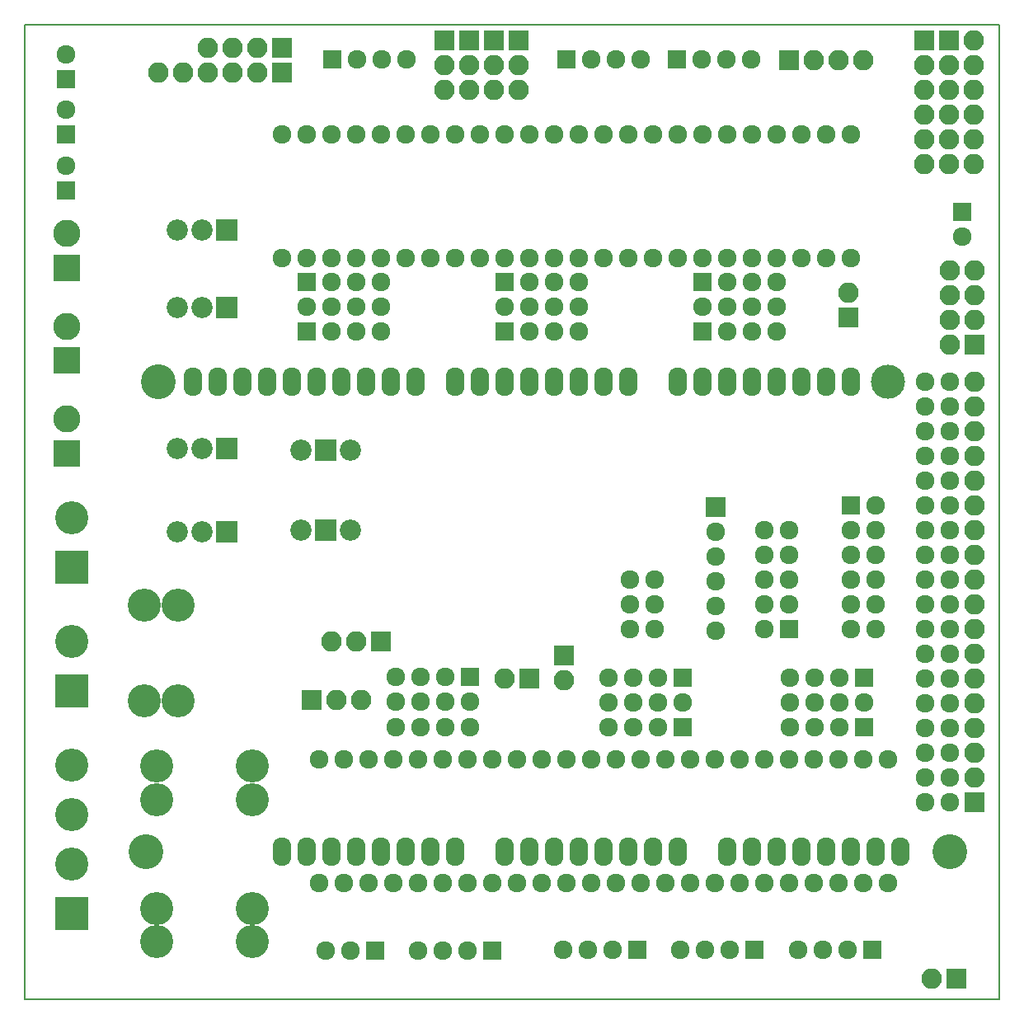
<source format=gbs>
G04 #@! TF.GenerationSoftware,KiCad,Pcbnew,5.1.0*
G04 #@! TF.CreationDate,2019-04-13T19:37:17+02:00*
G04 #@! TF.ProjectId,RAMPS-FD,52414d50-532d-4464-942e-6b696361645f,rev?*
G04 #@! TF.SameCoordinates,Original*
G04 #@! TF.FileFunction,Soldermask,Bot*
G04 #@! TF.FilePolarity,Negative*
%FSLAX46Y46*%
G04 Gerber Fmt 4.6, Leading zero omitted, Abs format (unit mm)*
G04 Created by KiCad (PCBNEW 5.1.0) date 2019-04-13 19:37:17*
%MOMM*%
%LPD*%
G04 APERTURE LIST*
%ADD10C,0.152400*%
%ADD11R,1.924000X1.924000*%
%ADD12C,1.924000*%
%ADD13O,1.924000X1.924000*%
%ADD14R,3.399740X3.399740*%
%ADD15C,3.399740*%
%ADD16C,2.800000*%
%ADD17R,2.800000X2.800000*%
%ADD18O,1.924000X2.940000*%
%ADD19C,3.575000*%
%ADD20C,3.500000*%
%ADD21C,3.400000*%
%ADD22R,2.100000X2.100000*%
%ADD23O,2.100000X2.100000*%
%ADD24C,2.178000*%
%ADD25R,2.178000X2.178000*%
G04 APERTURE END LIST*
D10*
X52324000Y-39573000D02*
X52324000Y-139573000D01*
X152324000Y-39573000D02*
X52324000Y-39573000D01*
X152324000Y-139573000D02*
X152324000Y-39573000D01*
X52324000Y-139573000D02*
X152324000Y-139573000D01*
D11*
X130810000Y-101600000D03*
D12*
X128270000Y-101600000D03*
X130810000Y-99060000D03*
X128270000Y-99060000D03*
X130810000Y-96520000D03*
X128270000Y-96520000D03*
X130810000Y-93980000D03*
X128270000Y-93980000D03*
X130810000Y-91440000D03*
X128270000Y-91440000D03*
D11*
X101600000Y-70993000D03*
D12*
X101600000Y-68453000D03*
D13*
X104140000Y-70993000D03*
D12*
X104140000Y-68453000D03*
X106680000Y-70993000D03*
X106680000Y-68453000D03*
X109220000Y-70993000D03*
X109220000Y-68453000D03*
D11*
X119888000Y-106553000D03*
D12*
X119888000Y-109093000D03*
X117348000Y-106553000D03*
X117348000Y-109093000D03*
X114808000Y-106553000D03*
X114808000Y-109093000D03*
X112268000Y-106553000D03*
X112268000Y-109093000D03*
D13*
X88836500Y-65913000D03*
X86296500Y-65913000D03*
X83756500Y-65913000D03*
D11*
X81216500Y-65913000D03*
D12*
X109220000Y-65913000D03*
X106680000Y-65913000D03*
X104140000Y-65913000D03*
D11*
X101600000Y-65913000D03*
D12*
X129540000Y-65976500D03*
X127000000Y-65976500D03*
X124460000Y-65976500D03*
D11*
X121920000Y-65976500D03*
D12*
X130873500Y-111633000D03*
X133413500Y-111633000D03*
X135953500Y-111633000D03*
D11*
X138493500Y-111633000D03*
D12*
X112268000Y-111633000D03*
X114808000Y-111633000D03*
X117348000Y-111633000D03*
D11*
X119888000Y-111633000D03*
D12*
X90360500Y-111633000D03*
X92900500Y-111633000D03*
X95440500Y-111633000D03*
X97980500Y-111633000D03*
D11*
X97983040Y-106547920D03*
D12*
X97983040Y-109087920D03*
X95443040Y-106547920D03*
X95443040Y-109087920D03*
X92903040Y-106547920D03*
X92903040Y-109087920D03*
X90363040Y-106547920D03*
X90363040Y-109087920D03*
D11*
X138480800Y-106553000D03*
D12*
X138480800Y-109093000D03*
X135940800Y-106553000D03*
X135940800Y-109093000D03*
D13*
X133400800Y-106553000D03*
D12*
X133400800Y-109093000D03*
D13*
X130860800Y-106553000D03*
D12*
X130860800Y-109093000D03*
D11*
X81280000Y-70993000D03*
D12*
X81280000Y-68453000D03*
X83820000Y-70993000D03*
X83820000Y-68453000D03*
X86360000Y-70993000D03*
X86360000Y-68453000D03*
X88900000Y-70993000D03*
X88900000Y-68453000D03*
D11*
X121920000Y-70993000D03*
D12*
X121920000Y-68453000D03*
X124460000Y-70993000D03*
X124460000Y-68453000D03*
X127000000Y-70993000D03*
X127000000Y-68453000D03*
X129540000Y-70993000D03*
X129540000Y-68453000D03*
D14*
X57150000Y-107950000D03*
D15*
X57150000Y-102870000D03*
D14*
X57150000Y-95250000D03*
D15*
X57150000Y-90170000D03*
D11*
X127254000Y-134540000D03*
D12*
X124714000Y-134540000D03*
X122174000Y-134540000D03*
X119634000Y-134540000D03*
D11*
X56515000Y-45085000D03*
D12*
X56515000Y-42545000D03*
D11*
X100330000Y-134620000D03*
D12*
X97790000Y-134620000D03*
X95250000Y-134620000D03*
X92710000Y-134620000D03*
D11*
X115189000Y-134540000D03*
D12*
X112649000Y-134540000D03*
X110109000Y-134540000D03*
X107569000Y-134540000D03*
D11*
X139319000Y-134540000D03*
D12*
X136779000Y-134540000D03*
X134239000Y-134540000D03*
X131699000Y-134540000D03*
D11*
X83845400Y-43078400D03*
D12*
X86385400Y-43078400D03*
X88925400Y-43078400D03*
X91465400Y-43078400D03*
D11*
X107950000Y-43078400D03*
D12*
X110490000Y-43078400D03*
X113030000Y-43078400D03*
X115570000Y-43078400D03*
D11*
X137160000Y-88900000D03*
D12*
X139700000Y-88900000D03*
X137160000Y-91440000D03*
X139700000Y-91440000D03*
X137160000Y-93980000D03*
X139700000Y-93980000D03*
X137160000Y-96520000D03*
X139700000Y-96520000D03*
X137160000Y-99060000D03*
X139700000Y-99060000D03*
X137160000Y-101600000D03*
X139700000Y-101600000D03*
D11*
X119228000Y-43078400D03*
D12*
X121768000Y-43078400D03*
X124308000Y-43078400D03*
X126848000Y-43078400D03*
D16*
X56580000Y-60988000D03*
D17*
X56580000Y-64488000D03*
D11*
X148567000Y-58750200D03*
D12*
X148567000Y-61290200D03*
D16*
X56580000Y-80038000D03*
D17*
X56580000Y-83538000D03*
D16*
X56580000Y-70513000D03*
D17*
X56580000Y-74013000D03*
D11*
X56515000Y-56515000D03*
D12*
X56515000Y-53975000D03*
D11*
X56515000Y-50800000D03*
D12*
X56515000Y-48260000D03*
X116967000Y-96520000D03*
X116967000Y-99060000D03*
X116967000Y-101600000D03*
X114427000Y-101600000D03*
X114427000Y-99060000D03*
X114427000Y-96520000D03*
D18*
X78740000Y-124460000D03*
X81280000Y-124460000D03*
X69596000Y-76200000D03*
X72136000Y-76200000D03*
D12*
X147320000Y-119380000D03*
X144780000Y-119380000D03*
X147320000Y-116840000D03*
X144780000Y-116840000D03*
X147320000Y-114300000D03*
X144780000Y-114300000D03*
X147320000Y-111760000D03*
X144780000Y-111760000D03*
X147320000Y-109220000D03*
X144780000Y-109220000D03*
X147320000Y-106680000D03*
X144780000Y-106680000D03*
X147320000Y-104140000D03*
X144780000Y-104140000D03*
X147320000Y-101600000D03*
X144780000Y-101600000D03*
X147320000Y-99060000D03*
X144780000Y-99060000D03*
X147320000Y-96520000D03*
X144780000Y-96520000D03*
X147320000Y-93980000D03*
X144780000Y-93980000D03*
X147320000Y-91440000D03*
X144780000Y-91440000D03*
X144780000Y-88900000D03*
X147320000Y-88900000D03*
X147320000Y-76200000D03*
X144780000Y-76200000D03*
X147320000Y-86360000D03*
X144780000Y-86360000D03*
X147320000Y-83820000D03*
X144780000Y-83820000D03*
X147320000Y-81280000D03*
X144780000Y-81280000D03*
X147320000Y-78740000D03*
X144780000Y-78740000D03*
D19*
X64770000Y-124460000D03*
X66040000Y-76200000D03*
D20*
X140970000Y-76200000D03*
D19*
X147320000Y-124460000D03*
D18*
X88900000Y-124460000D03*
X74676000Y-76200000D03*
X77216000Y-76200000D03*
X79756000Y-76200000D03*
X82296000Y-76200000D03*
X84836000Y-76200000D03*
X87376000Y-76200000D03*
X89916000Y-76200000D03*
X92456000Y-76200000D03*
X96520000Y-76200000D03*
X99060000Y-76200000D03*
X101600000Y-76200000D03*
X104140000Y-76200000D03*
X106680000Y-76200000D03*
X109220000Y-76200000D03*
X111760000Y-76200000D03*
X114300000Y-76200000D03*
X83820000Y-124460000D03*
X86360000Y-124460000D03*
X91440000Y-124460000D03*
X93980000Y-124460000D03*
X96520000Y-124460000D03*
X106680000Y-124460000D03*
X104140000Y-124460000D03*
X101600000Y-124460000D03*
X109220000Y-124460000D03*
X111760000Y-124460000D03*
X114300000Y-124460000D03*
X132080000Y-124460000D03*
X129540000Y-124460000D03*
X127000000Y-124460000D03*
X116840000Y-124460000D03*
X119380000Y-124460000D03*
X124460000Y-124460000D03*
X134620000Y-124460000D03*
X137160000Y-124460000D03*
X139700000Y-124460000D03*
X142240000Y-124460000D03*
X137160000Y-76200000D03*
X134620000Y-76200000D03*
X132080000Y-76200000D03*
X129540000Y-76200000D03*
X127000000Y-76200000D03*
X124460000Y-76200000D03*
X121920000Y-76200000D03*
X119380000Y-76200000D03*
D11*
X88265000Y-134620000D03*
D12*
X85725000Y-134620000D03*
X83185000Y-134620000D03*
D14*
X57150000Y-130810000D03*
D15*
X57150000Y-125730000D03*
X57150000Y-115570000D03*
X57150000Y-120650000D03*
D21*
X65864000Y-130298720D03*
X65864000Y-133698720D03*
X75614000Y-130298720D03*
X75614000Y-133698720D03*
X64594000Y-108933720D03*
X67994000Y-108933720D03*
X64594000Y-99183720D03*
X67994000Y-99183720D03*
X65864000Y-115693720D03*
X65864000Y-119093720D03*
X75614000Y-115693720D03*
X75614000Y-119093720D03*
D22*
X107696000Y-104267000D03*
D23*
X107696000Y-106807000D03*
D22*
X81711800Y-108915200D03*
D23*
X84251800Y-108915200D03*
X86791800Y-108915200D03*
D22*
X88900000Y-102870000D03*
D23*
X86360000Y-102870000D03*
X83820000Y-102870000D03*
D22*
X104076500Y-106680000D03*
D23*
X101536500Y-106680000D03*
D22*
X136906000Y-69596000D03*
D23*
X136906000Y-67056000D03*
D22*
X95377000Y-41148000D03*
D23*
X95377000Y-43688000D03*
X95377000Y-46228000D03*
D22*
X97917000Y-41148000D03*
D23*
X97917000Y-43688000D03*
X97917000Y-46228000D03*
D22*
X100457000Y-41148000D03*
D23*
X100457000Y-43688000D03*
X100457000Y-46228000D03*
D22*
X102997000Y-41148000D03*
D23*
X102997000Y-43688000D03*
X102997000Y-46228000D03*
D22*
X123240800Y-89027000D03*
D12*
X123240800Y-91567000D03*
X123240800Y-94107000D03*
X123240800Y-96647000D03*
X123240800Y-99187000D03*
X123240800Y-101727000D03*
D22*
X78740000Y-41910000D03*
D23*
X76200000Y-41910000D03*
X73660000Y-41910000D03*
X71120000Y-41910000D03*
D22*
X147955000Y-137459720D03*
D23*
X145415000Y-137459720D03*
D22*
X130810000Y-43180000D03*
D23*
X133350000Y-43180000D03*
X135890000Y-43180000D03*
X138430000Y-43180000D03*
D22*
X149860000Y-119380000D03*
D23*
X149860000Y-116840000D03*
X149860000Y-114300000D03*
X149860000Y-111760000D03*
X149860000Y-109220000D03*
X149860000Y-106680000D03*
X149860000Y-104140000D03*
X149860000Y-101600000D03*
X149860000Y-99060000D03*
X149860000Y-96520000D03*
X149860000Y-93980000D03*
X149860000Y-91440000D03*
X149860000Y-88900000D03*
X149860000Y-86360000D03*
X149860000Y-83820000D03*
X149860000Y-81280000D03*
X149860000Y-78740000D03*
X149860000Y-76200000D03*
D22*
X78740000Y-44450000D03*
D23*
X76200000Y-44450000D03*
X73660000Y-44450000D03*
X71120000Y-44450000D03*
X68580000Y-44450000D03*
X66040000Y-44450000D03*
D22*
X149860000Y-72390000D03*
D23*
X147320000Y-72390000D03*
X149860000Y-69850000D03*
X147320000Y-69850000D03*
X149860000Y-67310000D03*
X147320000Y-67310000D03*
X149860000Y-64770000D03*
X147320000Y-64770000D03*
D22*
X144678400Y-41148000D03*
D23*
X144678400Y-43688000D03*
X144678400Y-46228000D03*
X144678400Y-48768000D03*
X144678400Y-51308000D03*
X144678400Y-53848000D03*
D22*
X147193000Y-41148000D03*
D23*
X149733000Y-41148000D03*
X147193000Y-43688000D03*
X149733000Y-43688000D03*
X147193000Y-46228000D03*
X149733000Y-46228000D03*
X147193000Y-48768000D03*
X149733000Y-48768000D03*
X147193000Y-51308000D03*
X149733000Y-51308000D03*
X147193000Y-53848000D03*
X149733000Y-53848000D03*
D24*
X70485000Y-60655200D03*
X67945000Y-60655200D03*
D25*
X73025000Y-60655200D03*
D24*
X70490100Y-83073200D03*
X67950100Y-83073200D03*
D25*
X73030100Y-83073200D03*
D24*
X70485000Y-68580000D03*
X67945000Y-68580000D03*
D25*
X73025000Y-68580000D03*
D24*
X70479900Y-91620300D03*
X67939900Y-91620300D03*
D25*
X73019900Y-91620300D03*
D24*
X85725000Y-91440000D03*
D25*
X83185000Y-91440000D03*
D24*
X80645000Y-91440000D03*
X85725000Y-83185000D03*
D25*
X83185000Y-83185000D03*
D24*
X80645000Y-83185000D03*
D12*
X119380000Y-63500000D03*
X121920000Y-63500000D03*
X124460000Y-63500000D03*
X127000000Y-63500000D03*
X129540000Y-63500000D03*
X132080000Y-63500000D03*
X134620000Y-63500000D03*
X137160000Y-63500000D03*
X137160000Y-50800000D03*
X134620000Y-50800000D03*
X132080000Y-50800000D03*
X129540000Y-50800000D03*
X127000000Y-50800000D03*
X124460000Y-50800000D03*
X121920000Y-50800000D03*
X119380000Y-50800000D03*
X99060000Y-63500000D03*
X101600000Y-63500000D03*
X104140000Y-63500000D03*
X106680000Y-63500000D03*
X109220000Y-63500000D03*
X111760000Y-63500000D03*
X114300000Y-63500000D03*
X116840000Y-63500000D03*
X116840000Y-50800000D03*
X114300000Y-50800000D03*
X111760000Y-50800000D03*
X109220000Y-50800000D03*
X106680000Y-50800000D03*
X104140000Y-50800000D03*
X101600000Y-50800000D03*
X99060000Y-50800000D03*
X78740000Y-63500000D03*
X81280000Y-63500000D03*
X83820000Y-63500000D03*
X86360000Y-63500000D03*
X88900000Y-63500000D03*
X91440000Y-63500000D03*
X93980000Y-63500000D03*
X96520000Y-63500000D03*
X96520000Y-50800000D03*
X93980000Y-50800000D03*
X91440000Y-50800000D03*
X88900000Y-50800000D03*
X86360000Y-50800000D03*
X83820000Y-50800000D03*
X81280000Y-50800000D03*
X78740000Y-50800000D03*
X140970000Y-114935000D03*
X138430000Y-114935000D03*
X135890000Y-114935000D03*
X133350000Y-114935000D03*
X130810000Y-114935000D03*
X128270000Y-114935000D03*
X125730000Y-114935000D03*
X123190000Y-114935000D03*
X123190000Y-127635000D03*
X125730000Y-127635000D03*
X128270000Y-127635000D03*
X130810000Y-127635000D03*
X133350000Y-127635000D03*
X135890000Y-127635000D03*
X138430000Y-127635000D03*
X140970000Y-127635000D03*
X120650000Y-114935000D03*
X118110000Y-114935000D03*
X115570000Y-114935000D03*
X113030000Y-114935000D03*
X110490000Y-114935000D03*
X107950000Y-114935000D03*
X105410000Y-114935000D03*
X102870000Y-114935000D03*
X102870000Y-127635000D03*
X105410000Y-127635000D03*
X107950000Y-127635000D03*
X110490000Y-127635000D03*
X113030000Y-127635000D03*
X115570000Y-127635000D03*
X118110000Y-127635000D03*
X120650000Y-127635000D03*
X100330000Y-114935000D03*
X97790000Y-114935000D03*
X95250000Y-114935000D03*
X92710000Y-114935000D03*
X90170000Y-114935000D03*
X87630000Y-114935000D03*
X85090000Y-114935000D03*
X82550000Y-114935000D03*
X82550000Y-127635000D03*
X85090000Y-127635000D03*
X87630000Y-127635000D03*
X90170000Y-127635000D03*
X92710000Y-127635000D03*
X95250000Y-127635000D03*
X97790000Y-127635000D03*
X100330000Y-127635000D03*
M02*

</source>
